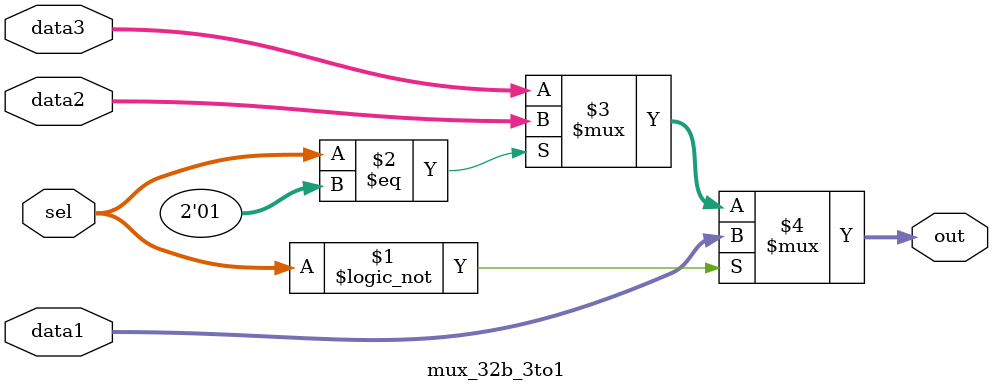
<source format=v>
 
module mux_32b_3to1(
    input [31:0] data1,  // 32-bit input A
    input [31:0] data2,  // 32-bit input B
    input [31:0] data3,  // 32-bit input C
    output [31:0] out,   // 32-bit output
    input [1:0] sel      // 2-bit select signal
);
    // The output is assigned based on the value of sel
    assign #1 out = (sel == 2'b00) ? data1 :
                 (sel == 2'b01) ? data2 : data3;
endmodule
</source>
